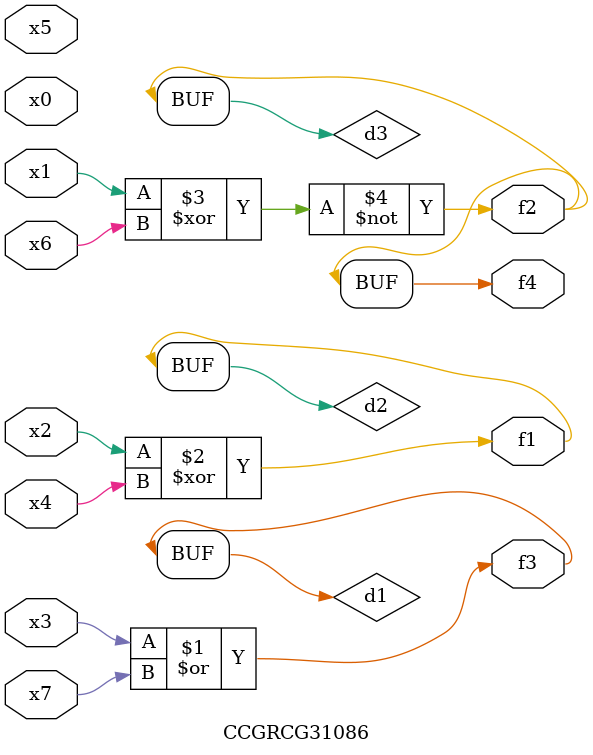
<source format=v>
module CCGRCG31086(
	input x0, x1, x2, x3, x4, x5, x6, x7,
	output f1, f2, f3, f4
);

	wire d1, d2, d3;

	or (d1, x3, x7);
	xor (d2, x2, x4);
	xnor (d3, x1, x6);
	assign f1 = d2;
	assign f2 = d3;
	assign f3 = d1;
	assign f4 = d3;
endmodule

</source>
